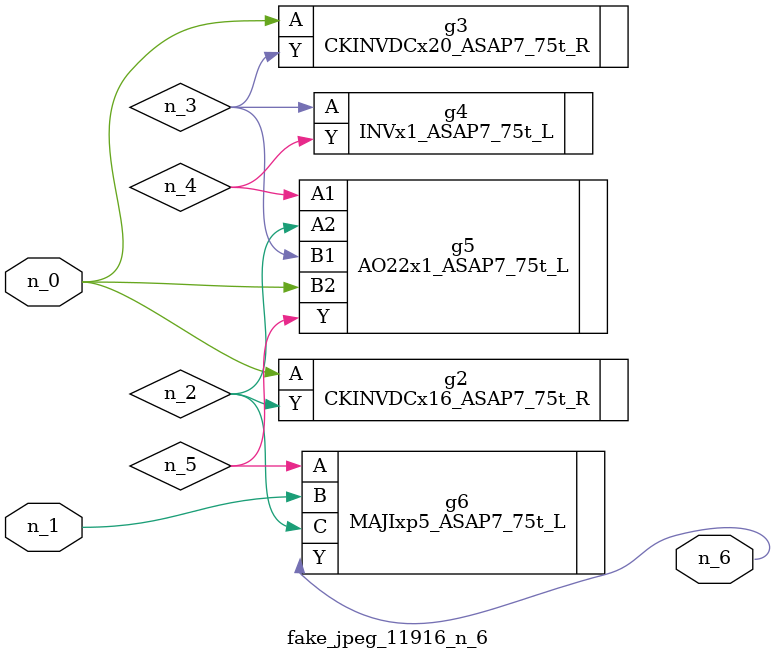
<source format=v>
module fake_jpeg_11916_n_6 (n_0, n_1, n_6);

input n_0;
input n_1;

output n_6;

wire n_2;
wire n_3;
wire n_4;
wire n_5;

CKINVDCx16_ASAP7_75t_R g2 ( 
.A(n_0),
.Y(n_2)
);

CKINVDCx20_ASAP7_75t_R g3 ( 
.A(n_0),
.Y(n_3)
);

INVx1_ASAP7_75t_L g4 ( 
.A(n_3),
.Y(n_4)
);

AO22x1_ASAP7_75t_L g5 ( 
.A1(n_4),
.A2(n_2),
.B1(n_3),
.B2(n_0),
.Y(n_5)
);

MAJIxp5_ASAP7_75t_L g6 ( 
.A(n_5),
.B(n_1),
.C(n_2),
.Y(n_6)
);


endmodule
</source>
